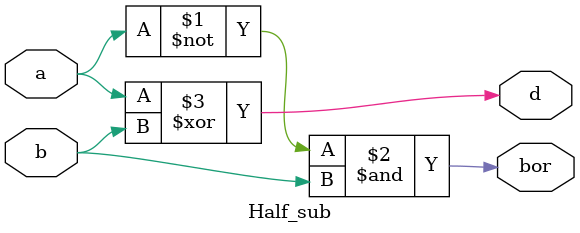
<source format=v>
`timescale 1ns / 1ps


module Half_sub(input a,b, output d,bor);
    assign {d,bor}={a^b,~a&b};
endmodule

</source>
